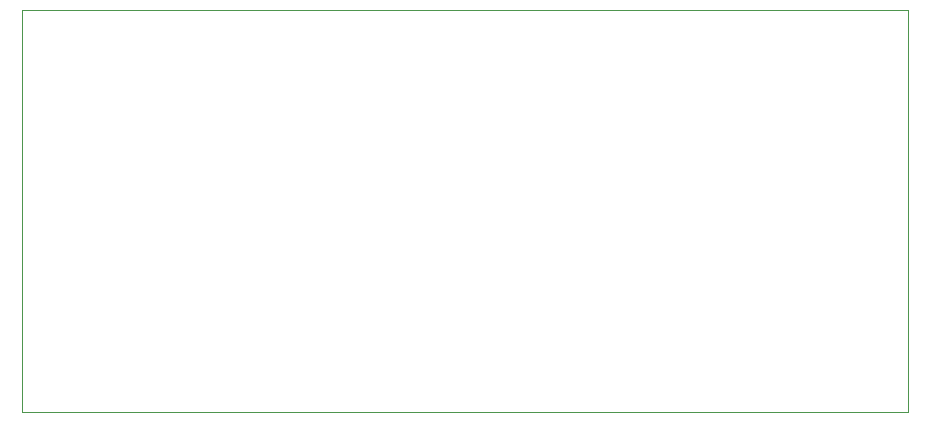
<source format=gm1>
G04 #@! TF.GenerationSoftware,KiCad,Pcbnew,5.1.2*
G04 #@! TF.CreationDate,2019-08-07T15:52:47+02:00*
G04 #@! TF.ProjectId,wifisensor-dual-cpu,77696669-7365-46e7-936f-722d6475616c,rev?*
G04 #@! TF.SameCoordinates,Original*
G04 #@! TF.FileFunction,Profile,NP*
%FSLAX46Y46*%
G04 Gerber Fmt 4.6, Leading zero omitted, Abs format (unit mm)*
G04 Created by KiCad (PCBNEW 5.1.2) date 2019-08-07 15:52:47*
%MOMM*%
%LPD*%
G04 APERTURE LIST*
%ADD10C,0.050000*%
G04 APERTURE END LIST*
D10*
X66000000Y-64000000D02*
X66000000Y-30000000D01*
X141000000Y-64000000D02*
X141000000Y-30000000D01*
X66000000Y-64000000D02*
X141000000Y-64000000D01*
X141000000Y-30000000D02*
X66000000Y-30000000D01*
M02*

</source>
